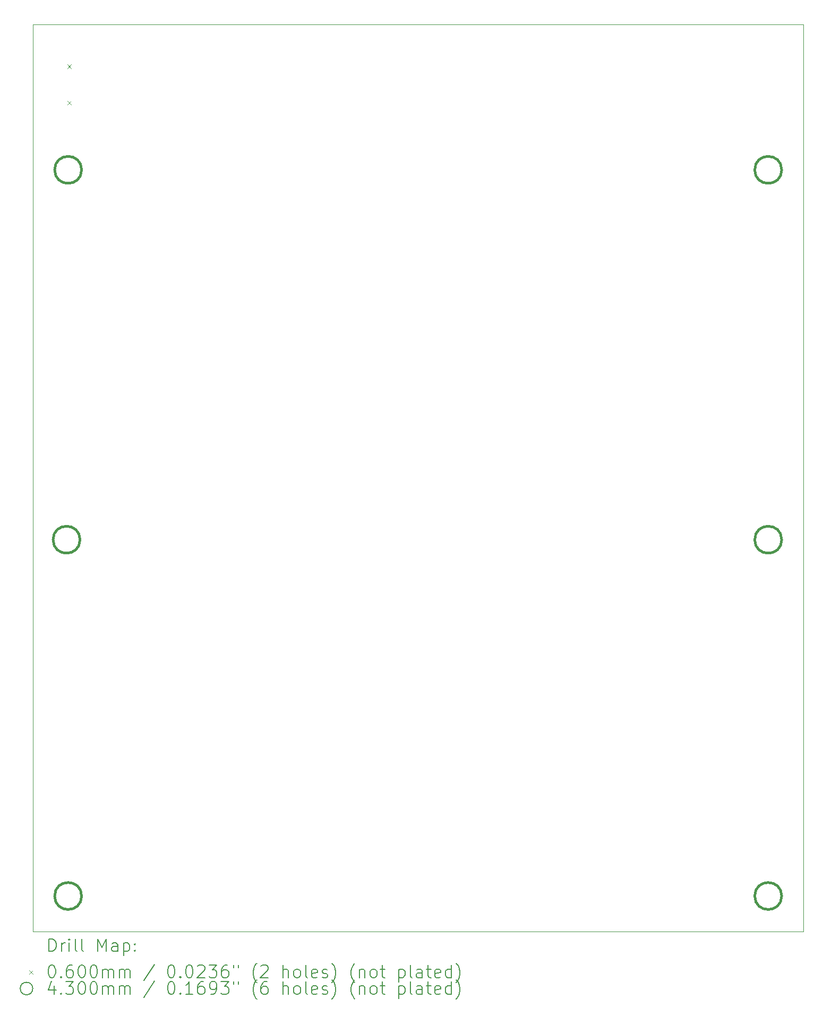
<source format=gbr>
%TF.GenerationSoftware,KiCad,Pcbnew,(6.0.7)*%
%TF.CreationDate,2022-10-24T22:46:27-04:00*%
%TF.ProjectId,LabPowerSupply,4c616250-6f77-4657-9253-7570706c792e,rev?*%
%TF.SameCoordinates,Original*%
%TF.FileFunction,Drillmap*%
%TF.FilePolarity,Positive*%
%FSLAX45Y45*%
G04 Gerber Fmt 4.5, Leading zero omitted, Abs format (unit mm)*
G04 Created by KiCad (PCBNEW (6.0.7)) date 2022-10-24 22:46:27*
%MOMM*%
%LPD*%
G01*
G04 APERTURE LIST*
%ADD10C,0.100000*%
%ADD11C,0.200000*%
%ADD12C,0.060000*%
%ADD13C,0.430000*%
G04 APERTURE END LIST*
D10*
X3581400Y-3067050D02*
X15862300Y-3067050D01*
X15862300Y-3067050D02*
X15862300Y-17519650D01*
X15862300Y-17519650D02*
X3581400Y-17519650D01*
X3581400Y-17519650D02*
X3581400Y-3067050D01*
D11*
D12*
X4128200Y-3706900D02*
X4188200Y-3766900D01*
X4188200Y-3706900D02*
X4128200Y-3766900D01*
X4128200Y-4284900D02*
X4188200Y-4344900D01*
X4188200Y-4284900D02*
X4128200Y-4344900D01*
D13*
X4329800Y-11277600D02*
G75*
G03*
X4329800Y-11277600I-215000J0D01*
G01*
X4355200Y-5384800D02*
G75*
G03*
X4355200Y-5384800I-215000J0D01*
G01*
X4355200Y-16954500D02*
G75*
G03*
X4355200Y-16954500I-215000J0D01*
G01*
X15518500Y-5384800D02*
G75*
G03*
X15518500Y-5384800I-215000J0D01*
G01*
X15518500Y-11277600D02*
G75*
G03*
X15518500Y-11277600I-215000J0D01*
G01*
X15518500Y-16954500D02*
G75*
G03*
X15518500Y-16954500I-215000J0D01*
G01*
D11*
X3834019Y-17835126D02*
X3834019Y-17635126D01*
X3881638Y-17635126D01*
X3910209Y-17644650D01*
X3929257Y-17663698D01*
X3938781Y-17682745D01*
X3948305Y-17720840D01*
X3948305Y-17749412D01*
X3938781Y-17787507D01*
X3929257Y-17806555D01*
X3910209Y-17825602D01*
X3881638Y-17835126D01*
X3834019Y-17835126D01*
X4034019Y-17835126D02*
X4034019Y-17701793D01*
X4034019Y-17739888D02*
X4043543Y-17720840D01*
X4053067Y-17711317D01*
X4072114Y-17701793D01*
X4091162Y-17701793D01*
X4157828Y-17835126D02*
X4157828Y-17701793D01*
X4157828Y-17635126D02*
X4148305Y-17644650D01*
X4157828Y-17654174D01*
X4167352Y-17644650D01*
X4157828Y-17635126D01*
X4157828Y-17654174D01*
X4281638Y-17835126D02*
X4262590Y-17825602D01*
X4253067Y-17806555D01*
X4253067Y-17635126D01*
X4386400Y-17835126D02*
X4367352Y-17825602D01*
X4357829Y-17806555D01*
X4357829Y-17635126D01*
X4614971Y-17835126D02*
X4614971Y-17635126D01*
X4681638Y-17777983D01*
X4748305Y-17635126D01*
X4748305Y-17835126D01*
X4929257Y-17835126D02*
X4929257Y-17730364D01*
X4919733Y-17711317D01*
X4900686Y-17701793D01*
X4862590Y-17701793D01*
X4843543Y-17711317D01*
X4929257Y-17825602D02*
X4910210Y-17835126D01*
X4862590Y-17835126D01*
X4843543Y-17825602D01*
X4834019Y-17806555D01*
X4834019Y-17787507D01*
X4843543Y-17768460D01*
X4862590Y-17758936D01*
X4910210Y-17758936D01*
X4929257Y-17749412D01*
X5024495Y-17701793D02*
X5024495Y-17901793D01*
X5024495Y-17711317D02*
X5043543Y-17701793D01*
X5081638Y-17701793D01*
X5100686Y-17711317D01*
X5110210Y-17720840D01*
X5119733Y-17739888D01*
X5119733Y-17797031D01*
X5110210Y-17816079D01*
X5100686Y-17825602D01*
X5081638Y-17835126D01*
X5043543Y-17835126D01*
X5024495Y-17825602D01*
X5205448Y-17816079D02*
X5214971Y-17825602D01*
X5205448Y-17835126D01*
X5195924Y-17825602D01*
X5205448Y-17816079D01*
X5205448Y-17835126D01*
X5205448Y-17711317D02*
X5214971Y-17720840D01*
X5205448Y-17730364D01*
X5195924Y-17720840D01*
X5205448Y-17711317D01*
X5205448Y-17730364D01*
D12*
X3516400Y-18134650D02*
X3576400Y-18194650D01*
X3576400Y-18134650D02*
X3516400Y-18194650D01*
D11*
X3872114Y-18055126D02*
X3891162Y-18055126D01*
X3910209Y-18064650D01*
X3919733Y-18074174D01*
X3929257Y-18093221D01*
X3938781Y-18131317D01*
X3938781Y-18178936D01*
X3929257Y-18217031D01*
X3919733Y-18236079D01*
X3910209Y-18245602D01*
X3891162Y-18255126D01*
X3872114Y-18255126D01*
X3853067Y-18245602D01*
X3843543Y-18236079D01*
X3834019Y-18217031D01*
X3824495Y-18178936D01*
X3824495Y-18131317D01*
X3834019Y-18093221D01*
X3843543Y-18074174D01*
X3853067Y-18064650D01*
X3872114Y-18055126D01*
X4024495Y-18236079D02*
X4034019Y-18245602D01*
X4024495Y-18255126D01*
X4014971Y-18245602D01*
X4024495Y-18236079D01*
X4024495Y-18255126D01*
X4205448Y-18055126D02*
X4167352Y-18055126D01*
X4148305Y-18064650D01*
X4138781Y-18074174D01*
X4119733Y-18102745D01*
X4110209Y-18140840D01*
X4110209Y-18217031D01*
X4119733Y-18236079D01*
X4129257Y-18245602D01*
X4148305Y-18255126D01*
X4186400Y-18255126D01*
X4205448Y-18245602D01*
X4214971Y-18236079D01*
X4224495Y-18217031D01*
X4224495Y-18169412D01*
X4214971Y-18150364D01*
X4205448Y-18140840D01*
X4186400Y-18131317D01*
X4148305Y-18131317D01*
X4129257Y-18140840D01*
X4119733Y-18150364D01*
X4110209Y-18169412D01*
X4348305Y-18055126D02*
X4367352Y-18055126D01*
X4386400Y-18064650D01*
X4395924Y-18074174D01*
X4405448Y-18093221D01*
X4414971Y-18131317D01*
X4414971Y-18178936D01*
X4405448Y-18217031D01*
X4395924Y-18236079D01*
X4386400Y-18245602D01*
X4367352Y-18255126D01*
X4348305Y-18255126D01*
X4329257Y-18245602D01*
X4319733Y-18236079D01*
X4310210Y-18217031D01*
X4300686Y-18178936D01*
X4300686Y-18131317D01*
X4310210Y-18093221D01*
X4319733Y-18074174D01*
X4329257Y-18064650D01*
X4348305Y-18055126D01*
X4538781Y-18055126D02*
X4557829Y-18055126D01*
X4576876Y-18064650D01*
X4586400Y-18074174D01*
X4595924Y-18093221D01*
X4605448Y-18131317D01*
X4605448Y-18178936D01*
X4595924Y-18217031D01*
X4586400Y-18236079D01*
X4576876Y-18245602D01*
X4557829Y-18255126D01*
X4538781Y-18255126D01*
X4519733Y-18245602D01*
X4510210Y-18236079D01*
X4500686Y-18217031D01*
X4491162Y-18178936D01*
X4491162Y-18131317D01*
X4500686Y-18093221D01*
X4510210Y-18074174D01*
X4519733Y-18064650D01*
X4538781Y-18055126D01*
X4691162Y-18255126D02*
X4691162Y-18121793D01*
X4691162Y-18140840D02*
X4700686Y-18131317D01*
X4719733Y-18121793D01*
X4748305Y-18121793D01*
X4767352Y-18131317D01*
X4776876Y-18150364D01*
X4776876Y-18255126D01*
X4776876Y-18150364D02*
X4786400Y-18131317D01*
X4805448Y-18121793D01*
X4834019Y-18121793D01*
X4853067Y-18131317D01*
X4862590Y-18150364D01*
X4862590Y-18255126D01*
X4957829Y-18255126D02*
X4957829Y-18121793D01*
X4957829Y-18140840D02*
X4967352Y-18131317D01*
X4986400Y-18121793D01*
X5014971Y-18121793D01*
X5034019Y-18131317D01*
X5043543Y-18150364D01*
X5043543Y-18255126D01*
X5043543Y-18150364D02*
X5053067Y-18131317D01*
X5072114Y-18121793D01*
X5100686Y-18121793D01*
X5119733Y-18131317D01*
X5129257Y-18150364D01*
X5129257Y-18255126D01*
X5519733Y-18045602D02*
X5348305Y-18302745D01*
X5776876Y-18055126D02*
X5795924Y-18055126D01*
X5814971Y-18064650D01*
X5824495Y-18074174D01*
X5834019Y-18093221D01*
X5843543Y-18131317D01*
X5843543Y-18178936D01*
X5834019Y-18217031D01*
X5824495Y-18236079D01*
X5814971Y-18245602D01*
X5795924Y-18255126D01*
X5776876Y-18255126D01*
X5757828Y-18245602D01*
X5748305Y-18236079D01*
X5738781Y-18217031D01*
X5729257Y-18178936D01*
X5729257Y-18131317D01*
X5738781Y-18093221D01*
X5748305Y-18074174D01*
X5757828Y-18064650D01*
X5776876Y-18055126D01*
X5929257Y-18236079D02*
X5938781Y-18245602D01*
X5929257Y-18255126D01*
X5919733Y-18245602D01*
X5929257Y-18236079D01*
X5929257Y-18255126D01*
X6062590Y-18055126D02*
X6081638Y-18055126D01*
X6100686Y-18064650D01*
X6110209Y-18074174D01*
X6119733Y-18093221D01*
X6129257Y-18131317D01*
X6129257Y-18178936D01*
X6119733Y-18217031D01*
X6110209Y-18236079D01*
X6100686Y-18245602D01*
X6081638Y-18255126D01*
X6062590Y-18255126D01*
X6043543Y-18245602D01*
X6034019Y-18236079D01*
X6024495Y-18217031D01*
X6014971Y-18178936D01*
X6014971Y-18131317D01*
X6024495Y-18093221D01*
X6034019Y-18074174D01*
X6043543Y-18064650D01*
X6062590Y-18055126D01*
X6205448Y-18074174D02*
X6214971Y-18064650D01*
X6234019Y-18055126D01*
X6281638Y-18055126D01*
X6300686Y-18064650D01*
X6310209Y-18074174D01*
X6319733Y-18093221D01*
X6319733Y-18112269D01*
X6310209Y-18140840D01*
X6195924Y-18255126D01*
X6319733Y-18255126D01*
X6386400Y-18055126D02*
X6510209Y-18055126D01*
X6443543Y-18131317D01*
X6472114Y-18131317D01*
X6491162Y-18140840D01*
X6500686Y-18150364D01*
X6510209Y-18169412D01*
X6510209Y-18217031D01*
X6500686Y-18236079D01*
X6491162Y-18245602D01*
X6472114Y-18255126D01*
X6414971Y-18255126D01*
X6395924Y-18245602D01*
X6386400Y-18236079D01*
X6681638Y-18055126D02*
X6643543Y-18055126D01*
X6624495Y-18064650D01*
X6614971Y-18074174D01*
X6595924Y-18102745D01*
X6586400Y-18140840D01*
X6586400Y-18217031D01*
X6595924Y-18236079D01*
X6605448Y-18245602D01*
X6624495Y-18255126D01*
X6662590Y-18255126D01*
X6681638Y-18245602D01*
X6691162Y-18236079D01*
X6700686Y-18217031D01*
X6700686Y-18169412D01*
X6691162Y-18150364D01*
X6681638Y-18140840D01*
X6662590Y-18131317D01*
X6624495Y-18131317D01*
X6605448Y-18140840D01*
X6595924Y-18150364D01*
X6586400Y-18169412D01*
X6776876Y-18055126D02*
X6776876Y-18093221D01*
X6853067Y-18055126D02*
X6853067Y-18093221D01*
X7148305Y-18331317D02*
X7138781Y-18321793D01*
X7119733Y-18293221D01*
X7110209Y-18274174D01*
X7100686Y-18245602D01*
X7091162Y-18197983D01*
X7091162Y-18159888D01*
X7100686Y-18112269D01*
X7110209Y-18083698D01*
X7119733Y-18064650D01*
X7138781Y-18036079D01*
X7148305Y-18026555D01*
X7214971Y-18074174D02*
X7224495Y-18064650D01*
X7243543Y-18055126D01*
X7291162Y-18055126D01*
X7310209Y-18064650D01*
X7319733Y-18074174D01*
X7329257Y-18093221D01*
X7329257Y-18112269D01*
X7319733Y-18140840D01*
X7205448Y-18255126D01*
X7329257Y-18255126D01*
X7567352Y-18255126D02*
X7567352Y-18055126D01*
X7653067Y-18255126D02*
X7653067Y-18150364D01*
X7643543Y-18131317D01*
X7624495Y-18121793D01*
X7595924Y-18121793D01*
X7576876Y-18131317D01*
X7567352Y-18140840D01*
X7776876Y-18255126D02*
X7757828Y-18245602D01*
X7748305Y-18236079D01*
X7738781Y-18217031D01*
X7738781Y-18159888D01*
X7748305Y-18140840D01*
X7757828Y-18131317D01*
X7776876Y-18121793D01*
X7805448Y-18121793D01*
X7824495Y-18131317D01*
X7834019Y-18140840D01*
X7843543Y-18159888D01*
X7843543Y-18217031D01*
X7834019Y-18236079D01*
X7824495Y-18245602D01*
X7805448Y-18255126D01*
X7776876Y-18255126D01*
X7957828Y-18255126D02*
X7938781Y-18245602D01*
X7929257Y-18226555D01*
X7929257Y-18055126D01*
X8110209Y-18245602D02*
X8091162Y-18255126D01*
X8053067Y-18255126D01*
X8034019Y-18245602D01*
X8024495Y-18226555D01*
X8024495Y-18150364D01*
X8034019Y-18131317D01*
X8053067Y-18121793D01*
X8091162Y-18121793D01*
X8110209Y-18131317D01*
X8119733Y-18150364D01*
X8119733Y-18169412D01*
X8024495Y-18188460D01*
X8195924Y-18245602D02*
X8214971Y-18255126D01*
X8253067Y-18255126D01*
X8272114Y-18245602D01*
X8281638Y-18226555D01*
X8281638Y-18217031D01*
X8272114Y-18197983D01*
X8253067Y-18188460D01*
X8224495Y-18188460D01*
X8205448Y-18178936D01*
X8195924Y-18159888D01*
X8195924Y-18150364D01*
X8205448Y-18131317D01*
X8224495Y-18121793D01*
X8253067Y-18121793D01*
X8272114Y-18131317D01*
X8348305Y-18331317D02*
X8357828Y-18321793D01*
X8376876Y-18293221D01*
X8386400Y-18274174D01*
X8395924Y-18245602D01*
X8405448Y-18197983D01*
X8405448Y-18159888D01*
X8395924Y-18112269D01*
X8386400Y-18083698D01*
X8376876Y-18064650D01*
X8357828Y-18036079D01*
X8348305Y-18026555D01*
X8710210Y-18331317D02*
X8700686Y-18321793D01*
X8681638Y-18293221D01*
X8672114Y-18274174D01*
X8662590Y-18245602D01*
X8653067Y-18197983D01*
X8653067Y-18159888D01*
X8662590Y-18112269D01*
X8672114Y-18083698D01*
X8681638Y-18064650D01*
X8700686Y-18036079D01*
X8710210Y-18026555D01*
X8786400Y-18121793D02*
X8786400Y-18255126D01*
X8786400Y-18140840D02*
X8795924Y-18131317D01*
X8814971Y-18121793D01*
X8843543Y-18121793D01*
X8862590Y-18131317D01*
X8872114Y-18150364D01*
X8872114Y-18255126D01*
X8995924Y-18255126D02*
X8976876Y-18245602D01*
X8967352Y-18236079D01*
X8957829Y-18217031D01*
X8957829Y-18159888D01*
X8967352Y-18140840D01*
X8976876Y-18131317D01*
X8995924Y-18121793D01*
X9024495Y-18121793D01*
X9043543Y-18131317D01*
X9053067Y-18140840D01*
X9062590Y-18159888D01*
X9062590Y-18217031D01*
X9053067Y-18236079D01*
X9043543Y-18245602D01*
X9024495Y-18255126D01*
X8995924Y-18255126D01*
X9119733Y-18121793D02*
X9195924Y-18121793D01*
X9148305Y-18055126D02*
X9148305Y-18226555D01*
X9157829Y-18245602D01*
X9176876Y-18255126D01*
X9195924Y-18255126D01*
X9414971Y-18121793D02*
X9414971Y-18321793D01*
X9414971Y-18131317D02*
X9434019Y-18121793D01*
X9472114Y-18121793D01*
X9491162Y-18131317D01*
X9500686Y-18140840D01*
X9510210Y-18159888D01*
X9510210Y-18217031D01*
X9500686Y-18236079D01*
X9491162Y-18245602D01*
X9472114Y-18255126D01*
X9434019Y-18255126D01*
X9414971Y-18245602D01*
X9624495Y-18255126D02*
X9605448Y-18245602D01*
X9595924Y-18226555D01*
X9595924Y-18055126D01*
X9786400Y-18255126D02*
X9786400Y-18150364D01*
X9776876Y-18131317D01*
X9757829Y-18121793D01*
X9719733Y-18121793D01*
X9700686Y-18131317D01*
X9786400Y-18245602D02*
X9767352Y-18255126D01*
X9719733Y-18255126D01*
X9700686Y-18245602D01*
X9691162Y-18226555D01*
X9691162Y-18207507D01*
X9700686Y-18188460D01*
X9719733Y-18178936D01*
X9767352Y-18178936D01*
X9786400Y-18169412D01*
X9853067Y-18121793D02*
X9929257Y-18121793D01*
X9881638Y-18055126D02*
X9881638Y-18226555D01*
X9891162Y-18245602D01*
X9910210Y-18255126D01*
X9929257Y-18255126D01*
X10072114Y-18245602D02*
X10053067Y-18255126D01*
X10014971Y-18255126D01*
X9995924Y-18245602D01*
X9986400Y-18226555D01*
X9986400Y-18150364D01*
X9995924Y-18131317D01*
X10014971Y-18121793D01*
X10053067Y-18121793D01*
X10072114Y-18131317D01*
X10081638Y-18150364D01*
X10081638Y-18169412D01*
X9986400Y-18188460D01*
X10253067Y-18255126D02*
X10253067Y-18055126D01*
X10253067Y-18245602D02*
X10234019Y-18255126D01*
X10195924Y-18255126D01*
X10176876Y-18245602D01*
X10167352Y-18236079D01*
X10157829Y-18217031D01*
X10157829Y-18159888D01*
X10167352Y-18140840D01*
X10176876Y-18131317D01*
X10195924Y-18121793D01*
X10234019Y-18121793D01*
X10253067Y-18131317D01*
X10329257Y-18331317D02*
X10338781Y-18321793D01*
X10357829Y-18293221D01*
X10367352Y-18274174D01*
X10376876Y-18245602D01*
X10386400Y-18197983D01*
X10386400Y-18159888D01*
X10376876Y-18112269D01*
X10367352Y-18083698D01*
X10357829Y-18064650D01*
X10338781Y-18036079D01*
X10329257Y-18026555D01*
X3576400Y-18428650D02*
G75*
G03*
X3576400Y-18428650I-100000J0D01*
G01*
X3919733Y-18385793D02*
X3919733Y-18519126D01*
X3872114Y-18309602D02*
X3824495Y-18452460D01*
X3948305Y-18452460D01*
X4024495Y-18500079D02*
X4034019Y-18509602D01*
X4024495Y-18519126D01*
X4014971Y-18509602D01*
X4024495Y-18500079D01*
X4024495Y-18519126D01*
X4100686Y-18319126D02*
X4224495Y-18319126D01*
X4157828Y-18395317D01*
X4186400Y-18395317D01*
X4205448Y-18404840D01*
X4214971Y-18414364D01*
X4224495Y-18433412D01*
X4224495Y-18481031D01*
X4214971Y-18500079D01*
X4205448Y-18509602D01*
X4186400Y-18519126D01*
X4129257Y-18519126D01*
X4110209Y-18509602D01*
X4100686Y-18500079D01*
X4348305Y-18319126D02*
X4367352Y-18319126D01*
X4386400Y-18328650D01*
X4395924Y-18338174D01*
X4405448Y-18357221D01*
X4414971Y-18395317D01*
X4414971Y-18442936D01*
X4405448Y-18481031D01*
X4395924Y-18500079D01*
X4386400Y-18509602D01*
X4367352Y-18519126D01*
X4348305Y-18519126D01*
X4329257Y-18509602D01*
X4319733Y-18500079D01*
X4310210Y-18481031D01*
X4300686Y-18442936D01*
X4300686Y-18395317D01*
X4310210Y-18357221D01*
X4319733Y-18338174D01*
X4329257Y-18328650D01*
X4348305Y-18319126D01*
X4538781Y-18319126D02*
X4557829Y-18319126D01*
X4576876Y-18328650D01*
X4586400Y-18338174D01*
X4595924Y-18357221D01*
X4605448Y-18395317D01*
X4605448Y-18442936D01*
X4595924Y-18481031D01*
X4586400Y-18500079D01*
X4576876Y-18509602D01*
X4557829Y-18519126D01*
X4538781Y-18519126D01*
X4519733Y-18509602D01*
X4510210Y-18500079D01*
X4500686Y-18481031D01*
X4491162Y-18442936D01*
X4491162Y-18395317D01*
X4500686Y-18357221D01*
X4510210Y-18338174D01*
X4519733Y-18328650D01*
X4538781Y-18319126D01*
X4691162Y-18519126D02*
X4691162Y-18385793D01*
X4691162Y-18404840D02*
X4700686Y-18395317D01*
X4719733Y-18385793D01*
X4748305Y-18385793D01*
X4767352Y-18395317D01*
X4776876Y-18414364D01*
X4776876Y-18519126D01*
X4776876Y-18414364D02*
X4786400Y-18395317D01*
X4805448Y-18385793D01*
X4834019Y-18385793D01*
X4853067Y-18395317D01*
X4862590Y-18414364D01*
X4862590Y-18519126D01*
X4957829Y-18519126D02*
X4957829Y-18385793D01*
X4957829Y-18404840D02*
X4967352Y-18395317D01*
X4986400Y-18385793D01*
X5014971Y-18385793D01*
X5034019Y-18395317D01*
X5043543Y-18414364D01*
X5043543Y-18519126D01*
X5043543Y-18414364D02*
X5053067Y-18395317D01*
X5072114Y-18385793D01*
X5100686Y-18385793D01*
X5119733Y-18395317D01*
X5129257Y-18414364D01*
X5129257Y-18519126D01*
X5519733Y-18309602D02*
X5348305Y-18566745D01*
X5776876Y-18319126D02*
X5795924Y-18319126D01*
X5814971Y-18328650D01*
X5824495Y-18338174D01*
X5834019Y-18357221D01*
X5843543Y-18395317D01*
X5843543Y-18442936D01*
X5834019Y-18481031D01*
X5824495Y-18500079D01*
X5814971Y-18509602D01*
X5795924Y-18519126D01*
X5776876Y-18519126D01*
X5757828Y-18509602D01*
X5748305Y-18500079D01*
X5738781Y-18481031D01*
X5729257Y-18442936D01*
X5729257Y-18395317D01*
X5738781Y-18357221D01*
X5748305Y-18338174D01*
X5757828Y-18328650D01*
X5776876Y-18319126D01*
X5929257Y-18500079D02*
X5938781Y-18509602D01*
X5929257Y-18519126D01*
X5919733Y-18509602D01*
X5929257Y-18500079D01*
X5929257Y-18519126D01*
X6129257Y-18519126D02*
X6014971Y-18519126D01*
X6072114Y-18519126D02*
X6072114Y-18319126D01*
X6053067Y-18347698D01*
X6034019Y-18366745D01*
X6014971Y-18376269D01*
X6300686Y-18319126D02*
X6262590Y-18319126D01*
X6243543Y-18328650D01*
X6234019Y-18338174D01*
X6214971Y-18366745D01*
X6205448Y-18404840D01*
X6205448Y-18481031D01*
X6214971Y-18500079D01*
X6224495Y-18509602D01*
X6243543Y-18519126D01*
X6281638Y-18519126D01*
X6300686Y-18509602D01*
X6310209Y-18500079D01*
X6319733Y-18481031D01*
X6319733Y-18433412D01*
X6310209Y-18414364D01*
X6300686Y-18404840D01*
X6281638Y-18395317D01*
X6243543Y-18395317D01*
X6224495Y-18404840D01*
X6214971Y-18414364D01*
X6205448Y-18433412D01*
X6414971Y-18519126D02*
X6453067Y-18519126D01*
X6472114Y-18509602D01*
X6481638Y-18500079D01*
X6500686Y-18471507D01*
X6510209Y-18433412D01*
X6510209Y-18357221D01*
X6500686Y-18338174D01*
X6491162Y-18328650D01*
X6472114Y-18319126D01*
X6434019Y-18319126D01*
X6414971Y-18328650D01*
X6405448Y-18338174D01*
X6395924Y-18357221D01*
X6395924Y-18404840D01*
X6405448Y-18423888D01*
X6414971Y-18433412D01*
X6434019Y-18442936D01*
X6472114Y-18442936D01*
X6491162Y-18433412D01*
X6500686Y-18423888D01*
X6510209Y-18404840D01*
X6576876Y-18319126D02*
X6700686Y-18319126D01*
X6634019Y-18395317D01*
X6662590Y-18395317D01*
X6681638Y-18404840D01*
X6691162Y-18414364D01*
X6700686Y-18433412D01*
X6700686Y-18481031D01*
X6691162Y-18500079D01*
X6681638Y-18509602D01*
X6662590Y-18519126D01*
X6605448Y-18519126D01*
X6586400Y-18509602D01*
X6576876Y-18500079D01*
X6776876Y-18319126D02*
X6776876Y-18357221D01*
X6853067Y-18319126D02*
X6853067Y-18357221D01*
X7148305Y-18595317D02*
X7138781Y-18585793D01*
X7119733Y-18557221D01*
X7110209Y-18538174D01*
X7100686Y-18509602D01*
X7091162Y-18461983D01*
X7091162Y-18423888D01*
X7100686Y-18376269D01*
X7110209Y-18347698D01*
X7119733Y-18328650D01*
X7138781Y-18300079D01*
X7148305Y-18290555D01*
X7310209Y-18319126D02*
X7272114Y-18319126D01*
X7253067Y-18328650D01*
X7243543Y-18338174D01*
X7224495Y-18366745D01*
X7214971Y-18404840D01*
X7214971Y-18481031D01*
X7224495Y-18500079D01*
X7234019Y-18509602D01*
X7253067Y-18519126D01*
X7291162Y-18519126D01*
X7310209Y-18509602D01*
X7319733Y-18500079D01*
X7329257Y-18481031D01*
X7329257Y-18433412D01*
X7319733Y-18414364D01*
X7310209Y-18404840D01*
X7291162Y-18395317D01*
X7253067Y-18395317D01*
X7234019Y-18404840D01*
X7224495Y-18414364D01*
X7214971Y-18433412D01*
X7567352Y-18519126D02*
X7567352Y-18319126D01*
X7653067Y-18519126D02*
X7653067Y-18414364D01*
X7643543Y-18395317D01*
X7624495Y-18385793D01*
X7595924Y-18385793D01*
X7576876Y-18395317D01*
X7567352Y-18404840D01*
X7776876Y-18519126D02*
X7757828Y-18509602D01*
X7748305Y-18500079D01*
X7738781Y-18481031D01*
X7738781Y-18423888D01*
X7748305Y-18404840D01*
X7757828Y-18395317D01*
X7776876Y-18385793D01*
X7805448Y-18385793D01*
X7824495Y-18395317D01*
X7834019Y-18404840D01*
X7843543Y-18423888D01*
X7843543Y-18481031D01*
X7834019Y-18500079D01*
X7824495Y-18509602D01*
X7805448Y-18519126D01*
X7776876Y-18519126D01*
X7957828Y-18519126D02*
X7938781Y-18509602D01*
X7929257Y-18490555D01*
X7929257Y-18319126D01*
X8110209Y-18509602D02*
X8091162Y-18519126D01*
X8053067Y-18519126D01*
X8034019Y-18509602D01*
X8024495Y-18490555D01*
X8024495Y-18414364D01*
X8034019Y-18395317D01*
X8053067Y-18385793D01*
X8091162Y-18385793D01*
X8110209Y-18395317D01*
X8119733Y-18414364D01*
X8119733Y-18433412D01*
X8024495Y-18452460D01*
X8195924Y-18509602D02*
X8214971Y-18519126D01*
X8253067Y-18519126D01*
X8272114Y-18509602D01*
X8281638Y-18490555D01*
X8281638Y-18481031D01*
X8272114Y-18461983D01*
X8253067Y-18452460D01*
X8224495Y-18452460D01*
X8205448Y-18442936D01*
X8195924Y-18423888D01*
X8195924Y-18414364D01*
X8205448Y-18395317D01*
X8224495Y-18385793D01*
X8253067Y-18385793D01*
X8272114Y-18395317D01*
X8348305Y-18595317D02*
X8357828Y-18585793D01*
X8376876Y-18557221D01*
X8386400Y-18538174D01*
X8395924Y-18509602D01*
X8405448Y-18461983D01*
X8405448Y-18423888D01*
X8395924Y-18376269D01*
X8386400Y-18347698D01*
X8376876Y-18328650D01*
X8357828Y-18300079D01*
X8348305Y-18290555D01*
X8710210Y-18595317D02*
X8700686Y-18585793D01*
X8681638Y-18557221D01*
X8672114Y-18538174D01*
X8662590Y-18509602D01*
X8653067Y-18461983D01*
X8653067Y-18423888D01*
X8662590Y-18376269D01*
X8672114Y-18347698D01*
X8681638Y-18328650D01*
X8700686Y-18300079D01*
X8710210Y-18290555D01*
X8786400Y-18385793D02*
X8786400Y-18519126D01*
X8786400Y-18404840D02*
X8795924Y-18395317D01*
X8814971Y-18385793D01*
X8843543Y-18385793D01*
X8862590Y-18395317D01*
X8872114Y-18414364D01*
X8872114Y-18519126D01*
X8995924Y-18519126D02*
X8976876Y-18509602D01*
X8967352Y-18500079D01*
X8957829Y-18481031D01*
X8957829Y-18423888D01*
X8967352Y-18404840D01*
X8976876Y-18395317D01*
X8995924Y-18385793D01*
X9024495Y-18385793D01*
X9043543Y-18395317D01*
X9053067Y-18404840D01*
X9062590Y-18423888D01*
X9062590Y-18481031D01*
X9053067Y-18500079D01*
X9043543Y-18509602D01*
X9024495Y-18519126D01*
X8995924Y-18519126D01*
X9119733Y-18385793D02*
X9195924Y-18385793D01*
X9148305Y-18319126D02*
X9148305Y-18490555D01*
X9157829Y-18509602D01*
X9176876Y-18519126D01*
X9195924Y-18519126D01*
X9414971Y-18385793D02*
X9414971Y-18585793D01*
X9414971Y-18395317D02*
X9434019Y-18385793D01*
X9472114Y-18385793D01*
X9491162Y-18395317D01*
X9500686Y-18404840D01*
X9510210Y-18423888D01*
X9510210Y-18481031D01*
X9500686Y-18500079D01*
X9491162Y-18509602D01*
X9472114Y-18519126D01*
X9434019Y-18519126D01*
X9414971Y-18509602D01*
X9624495Y-18519126D02*
X9605448Y-18509602D01*
X9595924Y-18490555D01*
X9595924Y-18319126D01*
X9786400Y-18519126D02*
X9786400Y-18414364D01*
X9776876Y-18395317D01*
X9757829Y-18385793D01*
X9719733Y-18385793D01*
X9700686Y-18395317D01*
X9786400Y-18509602D02*
X9767352Y-18519126D01*
X9719733Y-18519126D01*
X9700686Y-18509602D01*
X9691162Y-18490555D01*
X9691162Y-18471507D01*
X9700686Y-18452460D01*
X9719733Y-18442936D01*
X9767352Y-18442936D01*
X9786400Y-18433412D01*
X9853067Y-18385793D02*
X9929257Y-18385793D01*
X9881638Y-18319126D02*
X9881638Y-18490555D01*
X9891162Y-18509602D01*
X9910210Y-18519126D01*
X9929257Y-18519126D01*
X10072114Y-18509602D02*
X10053067Y-18519126D01*
X10014971Y-18519126D01*
X9995924Y-18509602D01*
X9986400Y-18490555D01*
X9986400Y-18414364D01*
X9995924Y-18395317D01*
X10014971Y-18385793D01*
X10053067Y-18385793D01*
X10072114Y-18395317D01*
X10081638Y-18414364D01*
X10081638Y-18433412D01*
X9986400Y-18452460D01*
X10253067Y-18519126D02*
X10253067Y-18319126D01*
X10253067Y-18509602D02*
X10234019Y-18519126D01*
X10195924Y-18519126D01*
X10176876Y-18509602D01*
X10167352Y-18500079D01*
X10157829Y-18481031D01*
X10157829Y-18423888D01*
X10167352Y-18404840D01*
X10176876Y-18395317D01*
X10195924Y-18385793D01*
X10234019Y-18385793D01*
X10253067Y-18395317D01*
X10329257Y-18595317D02*
X10338781Y-18585793D01*
X10357829Y-18557221D01*
X10367352Y-18538174D01*
X10376876Y-18509602D01*
X10386400Y-18461983D01*
X10386400Y-18423888D01*
X10376876Y-18376269D01*
X10367352Y-18347698D01*
X10357829Y-18328650D01*
X10338781Y-18300079D01*
X10329257Y-18290555D01*
M02*

</source>
